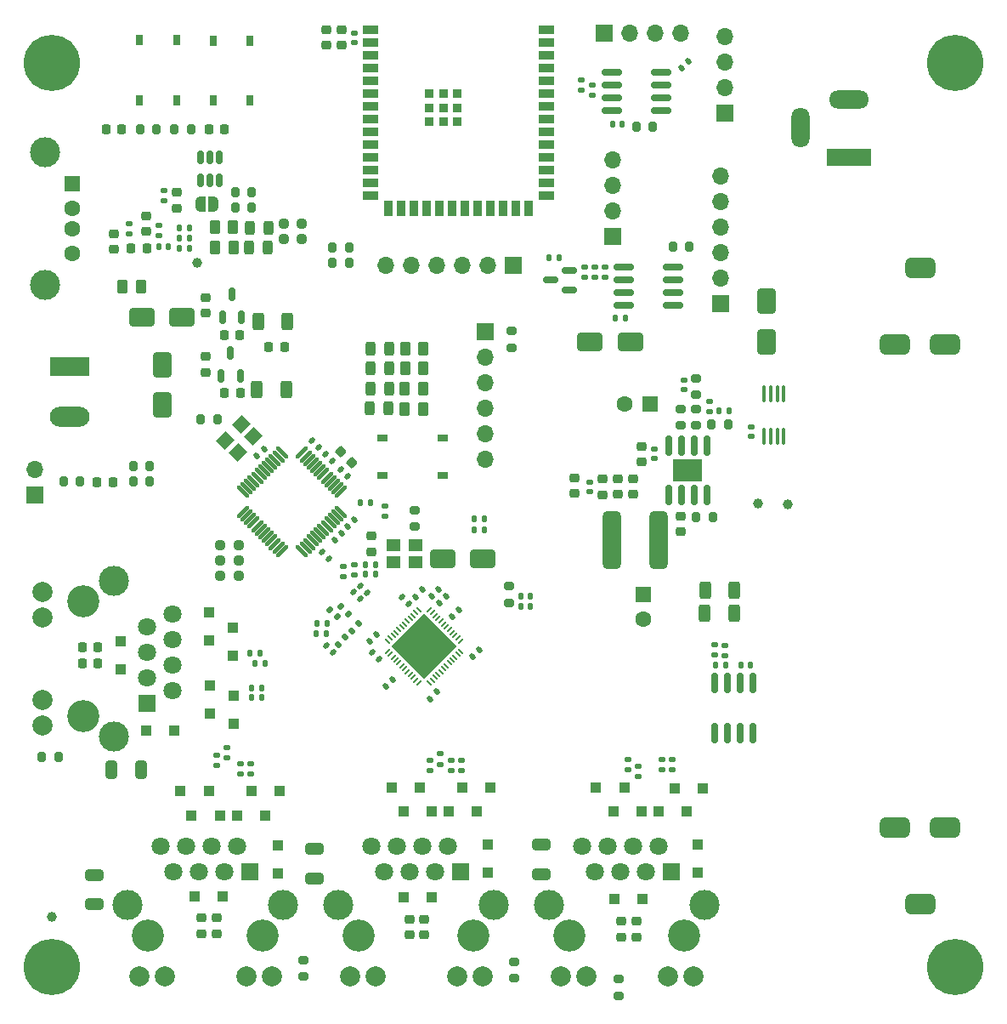
<source format=gbr>
%TF.GenerationSoftware,KiCad,Pcbnew,7.0.1*%
%TF.CreationDate,2023-07-30T21:23:37+03:00*%
%TF.ProjectId,Ethernet_switch_4out,45746865-726e-4657-945f-737769746368,rev?*%
%TF.SameCoordinates,Original*%
%TF.FileFunction,Soldermask,Top*%
%TF.FilePolarity,Negative*%
%FSLAX46Y46*%
G04 Gerber Fmt 4.6, Leading zero omitted, Abs format (unit mm)*
G04 Created by KiCad (PCBNEW 7.0.1) date 2023-07-30 21:23:37*
%MOMM*%
%LPD*%
G01*
G04 APERTURE LIST*
G04 Aperture macros list*
%AMRoundRect*
0 Rectangle with rounded corners*
0 $1 Rounding radius*
0 $2 $3 $4 $5 $6 $7 $8 $9 X,Y pos of 4 corners*
0 Add a 4 corners polygon primitive as box body*
4,1,4,$2,$3,$4,$5,$6,$7,$8,$9,$2,$3,0*
0 Add four circle primitives for the rounded corners*
1,1,$1+$1,$2,$3*
1,1,$1+$1,$4,$5*
1,1,$1+$1,$6,$7*
1,1,$1+$1,$8,$9*
0 Add four rect primitives between the rounded corners*
20,1,$1+$1,$2,$3,$4,$5,0*
20,1,$1+$1,$4,$5,$6,$7,0*
20,1,$1+$1,$6,$7,$8,$9,0*
20,1,$1+$1,$8,$9,$2,$3,0*%
%AMRotRect*
0 Rectangle, with rotation*
0 The origin of the aperture is its center*
0 $1 length*
0 $2 width*
0 $3 Rotation angle, in degrees counterclockwise*
0 Add horizontal line*
21,1,$1,$2,0,0,$3*%
%AMFreePoly0*
4,1,19,0.500000,-0.750000,0.000000,-0.750000,0.000000,-0.744911,-0.071157,-0.744911,-0.207708,-0.704816,-0.327430,-0.627875,-0.420627,-0.520320,-0.479746,-0.390866,-0.500000,-0.250000,-0.500000,0.250000,-0.479746,0.390866,-0.420627,0.520320,-0.327430,0.627875,-0.207708,0.704816,-0.071157,0.744911,0.000000,0.744911,0.000000,0.750000,0.500000,0.750000,0.500000,-0.750000,0.500000,-0.750000,
$1*%
%AMFreePoly1*
4,1,19,0.000000,0.744911,0.071157,0.744911,0.207708,0.704816,0.327430,0.627875,0.420627,0.520320,0.479746,0.390866,0.500000,0.250000,0.500000,-0.250000,0.479746,-0.390866,0.420627,-0.520320,0.327430,-0.627875,0.207708,-0.704816,0.071157,-0.744911,0.000000,-0.744911,0.000000,-0.750000,-0.500000,-0.750000,-0.500000,0.750000,0.000000,0.750000,0.000000,0.744911,0.000000,0.744911,
$1*%
G04 Aperture macros list end*
%ADD10C,3.600000*%
%ADD11C,5.600000*%
%ADD12RoundRect,0.135000X0.035355X-0.226274X0.226274X-0.035355X-0.035355X0.226274X-0.226274X0.035355X0*%
%ADD13RoundRect,0.500000X-1.000000X-0.500000X1.000000X-0.500000X1.000000X0.500000X-1.000000X0.500000X0*%
%ADD14RoundRect,0.500000X1.000000X0.500000X-1.000000X0.500000X-1.000000X-0.500000X1.000000X-0.500000X0*%
%ADD15RoundRect,0.250000X-0.300000X-0.300000X0.300000X-0.300000X0.300000X0.300000X-0.300000X0.300000X0*%
%ADD16RoundRect,0.140000X0.219203X0.021213X0.021213X0.219203X-0.219203X-0.021213X-0.021213X-0.219203X0*%
%ADD17R,1.500000X0.900000*%
%ADD18R,0.900000X1.500000*%
%ADD19R,0.900000X0.900000*%
%ADD20RoundRect,0.225000X-0.225000X-0.250000X0.225000X-0.250000X0.225000X0.250000X-0.225000X0.250000X0*%
%ADD21RoundRect,0.225000X0.225000X0.250000X-0.225000X0.250000X-0.225000X-0.250000X0.225000X-0.250000X0*%
%ADD22RoundRect,0.225000X0.250000X-0.225000X0.250000X0.225000X-0.250000X0.225000X-0.250000X-0.225000X0*%
%ADD23RoundRect,0.150000X0.825000X0.150000X-0.825000X0.150000X-0.825000X-0.150000X0.825000X-0.150000X0*%
%ADD24RoundRect,0.150000X0.150000X-0.512500X0.150000X0.512500X-0.150000X0.512500X-0.150000X-0.512500X0*%
%ADD25RoundRect,0.200000X-0.275000X0.200000X-0.275000X-0.200000X0.275000X-0.200000X0.275000X0.200000X0*%
%ADD26RoundRect,0.135000X-0.135000X-0.185000X0.135000X-0.185000X0.135000X0.185000X-0.135000X0.185000X0*%
%ADD27RoundRect,0.135000X0.135000X0.185000X-0.135000X0.185000X-0.135000X-0.185000X0.135000X-0.185000X0*%
%ADD28C,1.000000*%
%ADD29RoundRect,0.135000X0.185000X-0.135000X0.185000X0.135000X-0.185000X0.135000X-0.185000X-0.135000X0*%
%ADD30RoundRect,0.140000X-0.021213X0.219203X-0.219203X0.021213X0.021213X-0.219203X0.219203X-0.021213X0*%
%ADD31RoundRect,0.135000X0.226274X0.035355X0.035355X0.226274X-0.226274X-0.035355X-0.035355X-0.226274X0*%
%ADD32RoundRect,0.140000X0.170000X-0.140000X0.170000X0.140000X-0.170000X0.140000X-0.170000X-0.140000X0*%
%ADD33RoundRect,0.243750X0.243750X0.456250X-0.243750X0.456250X-0.243750X-0.456250X0.243750X-0.456250X0*%
%ADD34RoundRect,0.250000X-0.325000X-0.650000X0.325000X-0.650000X0.325000X0.650000X-0.325000X0.650000X0*%
%ADD35FreePoly0,180.000000*%
%ADD36FreePoly1,180.000000*%
%ADD37RoundRect,0.250000X0.262500X0.450000X-0.262500X0.450000X-0.262500X-0.450000X0.262500X-0.450000X0*%
%ADD38RoundRect,0.250000X-1.000000X-0.650000X1.000000X-0.650000X1.000000X0.650000X-1.000000X0.650000X0*%
%ADD39RoundRect,0.200000X0.200000X0.275000X-0.200000X0.275000X-0.200000X-0.275000X0.200000X-0.275000X0*%
%ADD40RoundRect,0.218750X0.218750X0.256250X-0.218750X0.256250X-0.218750X-0.256250X0.218750X-0.256250X0*%
%ADD41R,1.500000X1.600000*%
%ADD42C,1.600000*%
%ADD43C,3.000000*%
%ADD44RoundRect,0.135000X-0.185000X0.135000X-0.185000X-0.135000X0.185000X-0.135000X0.185000X0.135000X0*%
%ADD45R,0.700000X1.000000*%
%ADD46RoundRect,0.250000X0.300000X0.300000X-0.300000X0.300000X-0.300000X-0.300000X0.300000X-0.300000X0*%
%ADD47RoundRect,0.200000X0.275000X-0.200000X0.275000X0.200000X-0.275000X0.200000X-0.275000X-0.200000X0*%
%ADD48RoundRect,0.250000X0.312500X0.625000X-0.312500X0.625000X-0.312500X-0.625000X0.312500X-0.625000X0*%
%ADD49RoundRect,0.200000X-0.200000X-0.275000X0.200000X-0.275000X0.200000X0.275000X-0.200000X0.275000X0*%
%ADD50R,1.700000X1.700000*%
%ADD51O,1.700000X1.700000*%
%ADD52R,1.600000X1.600000*%
%ADD53RoundRect,0.250000X0.300000X-0.300000X0.300000X0.300000X-0.300000X0.300000X-0.300000X-0.300000X0*%
%ADD54RoundRect,0.250000X0.650000X-0.325000X0.650000X0.325000X-0.650000X0.325000X-0.650000X-0.325000X0*%
%ADD55RoundRect,0.140000X0.021213X-0.219203X0.219203X-0.021213X-0.021213X0.219203X-0.219203X0.021213X0*%
%ADD56RoundRect,0.150000X0.587500X0.150000X-0.587500X0.150000X-0.587500X-0.150000X0.587500X-0.150000X0*%
%ADD57RoundRect,0.225000X-0.250000X0.225000X-0.250000X-0.225000X0.250000X-0.225000X0.250000X0.225000X0*%
%ADD58RoundRect,0.140000X-0.219203X-0.021213X-0.021213X-0.219203X0.219203X0.021213X0.021213X0.219203X0*%
%ADD59R,3.960000X1.980000*%
%ADD60O,3.960000X1.980000*%
%ADD61RoundRect,0.250000X-0.262500X-0.450000X0.262500X-0.450000X0.262500X0.450000X-0.262500X0.450000X0*%
%ADD62RoundRect,0.237500X-0.250000X-0.237500X0.250000X-0.237500X0.250000X0.237500X-0.250000X0.237500X0*%
%ADD63RoundRect,0.140000X-0.170000X0.140000X-0.170000X-0.140000X0.170000X-0.140000X0.170000X0.140000X0*%
%ADD64RoundRect,0.150000X0.150000X-0.825000X0.150000X0.825000X-0.150000X0.825000X-0.150000X-0.825000X0*%
%ADD65R,3.000000X2.290000*%
%ADD66RoundRect,0.237500X0.250000X0.237500X-0.250000X0.237500X-0.250000X-0.237500X0.250000X-0.237500X0*%
%ADD67RoundRect,0.140000X0.140000X0.170000X-0.140000X0.170000X-0.140000X-0.170000X0.140000X-0.170000X0*%
%ADD68RoundRect,0.140000X-0.140000X-0.170000X0.140000X-0.170000X0.140000X0.170000X-0.140000X0.170000X0*%
%ADD69RoundRect,0.225000X0.335876X0.017678X0.017678X0.335876X-0.335876X-0.017678X-0.017678X-0.335876X0*%
%ADD70RoundRect,0.243750X-0.243750X-0.456250X0.243750X-0.456250X0.243750X0.456250X-0.243750X0.456250X0*%
%ADD71RoundRect,0.250000X-0.300000X0.300000X-0.300000X-0.300000X0.300000X-0.300000X0.300000X0.300000X0*%
%ADD72RotRect,1.400000X1.200000X225.000000*%
%ADD73RoundRect,0.050000X-0.212132X-0.282843X0.282843X0.212132X0.212132X0.282843X-0.282843X-0.212132X0*%
%ADD74RoundRect,0.050000X0.212132X-0.282843X0.282843X-0.212132X-0.212132X0.282843X-0.282843X0.212132X0*%
%ADD75RotRect,4.600000X4.600000X45.000000*%
%ADD76R,4.400000X1.800000*%
%ADD77O,4.000000X1.800000*%
%ADD78O,1.800000X4.000000*%
%ADD79RoundRect,0.450000X0.450000X2.450000X-0.450000X2.450000X-0.450000X-2.450000X0.450000X-2.450000X0*%
%ADD80RoundRect,0.250000X1.000000X0.650000X-1.000000X0.650000X-1.000000X-0.650000X1.000000X-0.650000X0*%
%ADD81R,1.000000X0.700000*%
%ADD82RoundRect,0.250000X-0.312500X-0.625000X0.312500X-0.625000X0.312500X0.625000X-0.312500X0.625000X0*%
%ADD83RoundRect,0.250000X-0.650000X1.000000X-0.650000X-1.000000X0.650000X-1.000000X0.650000X1.000000X0*%
%ADD84RoundRect,0.250000X0.650000X-1.000000X0.650000X1.000000X-0.650000X1.000000X-0.650000X-1.000000X0*%
%ADD85RoundRect,0.125000X0.521491X-0.415425X-0.415425X0.521491X-0.521491X0.415425X0.415425X-0.521491X0*%
%ADD86RoundRect,0.125000X0.521491X0.415425X0.415425X0.521491X-0.521491X-0.415425X-0.415425X-0.521491X0*%
%ADD87RoundRect,0.100000X0.100000X-0.712500X0.100000X0.712500X-0.100000X0.712500X-0.100000X-0.712500X0*%
%ADD88R,1.400000X1.200000*%
%ADD89C,3.200000*%
%ADD90R,1.800000X1.800000*%
%ADD91C,1.800000*%
%ADD92C,2.000000*%
G04 APERTURE END LIST*
D10*
%TO.C,H2*%
X145000000Y-55000000D03*
D11*
X145000000Y-55000000D03*
%TD*%
D12*
%TO.C,R11*%
X83479376Y-112880624D03*
X84200624Y-112159376D03*
%TD*%
D13*
%TO.C,J13*%
X141500000Y-75400000D03*
X144000000Y-83000000D03*
X139000000Y-83000000D03*
D14*
X144000000Y-131133000D03*
X139000000Y-131133000D03*
X141500000Y-138733000D03*
%TD*%
D15*
%TO.C,D29*%
X109200000Y-127100000D03*
X112000000Y-127100000D03*
%TD*%
D16*
%TO.C,C25*%
X82969411Y-113679411D03*
X82290589Y-113000589D03*
%TD*%
D15*
%TO.C,D10*%
X64400000Y-121500000D03*
X67200000Y-121500000D03*
%TD*%
D17*
%TO.C,U1*%
X86750000Y-51740000D03*
X86750000Y-53010000D03*
X86750000Y-54280000D03*
X86750000Y-55550000D03*
X86750000Y-56820000D03*
X86750000Y-58090000D03*
X86750000Y-59360000D03*
X86750000Y-60630000D03*
X86750000Y-61900000D03*
X86750000Y-63170000D03*
X86750000Y-64440000D03*
X86750000Y-65710000D03*
X86750000Y-66980000D03*
X86750000Y-68250000D03*
D18*
X88515000Y-69500000D03*
X89785000Y-69500000D03*
X91055000Y-69500000D03*
X92325000Y-69500000D03*
X93595000Y-69500000D03*
X94865000Y-69500000D03*
X96135000Y-69500000D03*
X97405000Y-69500000D03*
X98675000Y-69500000D03*
X99945000Y-69500000D03*
X101215000Y-69500000D03*
X102485000Y-69500000D03*
D17*
X104250000Y-68250000D03*
X104250000Y-66980000D03*
X104250000Y-65710000D03*
X104250000Y-64440000D03*
X104250000Y-63170000D03*
X104250000Y-61900000D03*
X104250000Y-60630000D03*
X104250000Y-59360000D03*
X104250000Y-58090000D03*
X104250000Y-56820000D03*
X104250000Y-55550000D03*
X104250000Y-54280000D03*
X104250000Y-53010000D03*
X104250000Y-51740000D03*
D19*
X92600000Y-58060000D03*
X92600000Y-59460000D03*
X92600000Y-60860000D03*
X92600000Y-60860000D03*
X94000000Y-58060000D03*
X94000000Y-58060000D03*
X94000000Y-59460000D03*
X94000000Y-60860000D03*
X95400000Y-58060000D03*
X95400000Y-59460000D03*
X95400000Y-60860000D03*
%TD*%
D20*
%TO.C,C39*%
X58025000Y-113200000D03*
X59575000Y-113200000D03*
%TD*%
D21*
%TO.C,C74*%
X64435000Y-73490000D03*
X62885000Y-73490000D03*
%TD*%
D22*
%TO.C,C42*%
X69900000Y-141675000D03*
X69900000Y-140125000D03*
%TD*%
D23*
%TO.C,U5*%
X115715000Y-59715000D03*
X115715000Y-58445000D03*
X115715000Y-57175000D03*
X115715000Y-55905000D03*
X110765000Y-55905000D03*
X110765000Y-57175000D03*
X110765000Y-58445000D03*
X110765000Y-59715000D03*
%TD*%
D24*
%TO.C,U12*%
X71970000Y-80337500D03*
X73870000Y-80337500D03*
X72920000Y-78062500D03*
%TD*%
D25*
%TO.C,R25*%
X101060000Y-144475000D03*
X101060000Y-146125000D03*
%TD*%
D26*
%TO.C,R82*%
X67660000Y-72427500D03*
X68680000Y-72427500D03*
%TD*%
D27*
%TO.C,R2*%
X82360000Y-111790000D03*
X81340000Y-111790000D03*
%TD*%
D28*
%TO.C,TP4*%
X128320000Y-98900000D03*
%TD*%
D22*
%TO.C,C67*%
X107070000Y-97845000D03*
X107070000Y-96295000D03*
%TD*%
D29*
%TO.C,R83*%
X66170000Y-68730000D03*
X66170000Y-67710000D03*
%TD*%
D27*
%TO.C,R17*%
X98060000Y-101460000D03*
X97040000Y-101460000D03*
%TD*%
D30*
%TO.C,C16*%
X91849411Y-107450589D03*
X91170589Y-108129411D03*
%TD*%
D31*
%TO.C,R8*%
X84520624Y-109850624D03*
X83799376Y-109129376D03*
%TD*%
D24*
%TO.C,U6*%
X71830000Y-86127500D03*
X73730000Y-86127500D03*
X72780000Y-83852500D03*
%TD*%
D32*
%TO.C,C52*%
X115040000Y-94385000D03*
X115040000Y-93425000D03*
%TD*%
D33*
%TO.C,D2*%
X88526599Y-89404227D03*
X86651599Y-89404227D03*
%TD*%
D28*
%TO.C,TP3*%
X69430000Y-74910000D03*
%TD*%
D34*
%TO.C,C40*%
X60905000Y-125320000D03*
X63855000Y-125320000D03*
%TD*%
D35*
%TO.C,JP1*%
X71090000Y-69060000D03*
D36*
X69790000Y-69060000D03*
%TD*%
D37*
%TO.C,R41*%
X73042500Y-71380000D03*
X71217500Y-71380000D03*
%TD*%
D29*
%TO.C,R6*%
X84010000Y-106120000D03*
X84010000Y-105100000D03*
%TD*%
D25*
%TO.C,R27*%
X100810000Y-81705000D03*
X100810000Y-83355000D03*
%TD*%
D27*
%TO.C,R1*%
X82380000Y-110780000D03*
X81360000Y-110780000D03*
%TD*%
D25*
%TO.C,R26*%
X111480000Y-146195000D03*
X111480000Y-147845000D03*
%TD*%
%TO.C,R22*%
X80060000Y-144285000D03*
X80060000Y-145935000D03*
%TD*%
D38*
%TO.C,D1*%
X93940000Y-104380000D03*
X97940000Y-104380000D03*
%TD*%
D39*
%TO.C,R77*%
X118510000Y-73320000D03*
X116860000Y-73320000D03*
%TD*%
D40*
%TO.C,D8*%
X61047500Y-96700000D03*
X59472500Y-96700000D03*
%TD*%
D37*
%TO.C,R40*%
X73052500Y-73350000D03*
X71227500Y-73350000D03*
%TD*%
D41*
%TO.C,J4*%
X57000000Y-67000000D03*
D42*
X57000000Y-69500000D03*
X57000000Y-71500000D03*
X57000000Y-74000000D03*
D43*
X54290000Y-63930000D03*
X54290000Y-77070000D03*
%TD*%
D44*
%TO.C,R52*%
X71400000Y-123890000D03*
X71400000Y-124910000D03*
%TD*%
D30*
%TO.C,C6*%
X93539411Y-107420589D03*
X92860589Y-108099411D03*
%TD*%
D45*
%TO.C,SW1*%
X71040000Y-58760000D03*
X71040000Y-52760000D03*
X74740000Y-58760000D03*
X74740000Y-52760000D03*
%TD*%
D46*
%TO.C,D26*%
X98700000Y-127100000D03*
X95900000Y-127100000D03*
%TD*%
D44*
%TO.C,R49*%
X74800000Y-124790000D03*
X74800000Y-125810000D03*
%TD*%
D23*
%TO.C,U10*%
X116875000Y-79105000D03*
X116875000Y-77835000D03*
X116875000Y-76565000D03*
X116875000Y-75295000D03*
X111925000Y-75295000D03*
X111925000Y-76565000D03*
X111925000Y-77835000D03*
X111925000Y-79105000D03*
%TD*%
D47*
%TO.C,R76*%
X117620000Y-91090000D03*
X117620000Y-89440000D03*
%TD*%
D22*
%TO.C,C14*%
X82340000Y-53235000D03*
X82340000Y-51685000D03*
%TD*%
D27*
%TO.C,R18*%
X98040000Y-100420000D03*
X97020000Y-100420000D03*
%TD*%
D46*
%TO.C,D32*%
X119800000Y-127200000D03*
X117000000Y-127200000D03*
%TD*%
D48*
%TO.C,R73*%
X78342500Y-87520000D03*
X75417500Y-87520000D03*
%TD*%
D24*
%TO.C,U4*%
X69760000Y-66685000D03*
X70710000Y-66685000D03*
X71660000Y-66685000D03*
X71660000Y-64410000D03*
X70710000Y-64410000D03*
X69760000Y-64410000D03*
%TD*%
D30*
%TO.C,C22*%
X85149411Y-100480589D03*
X84470589Y-101159411D03*
%TD*%
D21*
%TO.C,C34*%
X61945000Y-61610000D03*
X60395000Y-61610000D03*
%TD*%
D49*
%TO.C,R70*%
X119190000Y-100185000D03*
X120840000Y-100185000D03*
%TD*%
D50*
%TO.C,J6*%
X110880000Y-72290000D03*
D51*
X110880000Y-69750000D03*
X110880000Y-67210000D03*
X110880000Y-64670000D03*
%TD*%
D52*
%TO.C,C64*%
X114580000Y-88915000D03*
D42*
X112080000Y-88915000D03*
%TD*%
D53*
%TO.C,D28*%
X119300000Y-135600000D03*
X119300000Y-132800000D03*
%TD*%
D54*
%TO.C,C46*%
X81100000Y-136175000D03*
X81100000Y-133225000D03*
%TD*%
D47*
%TO.C,R75*%
X119190000Y-91075000D03*
X119190000Y-89425000D03*
%TD*%
D28*
%TO.C,FID1*%
X55000000Y-140000000D03*
%TD*%
D50*
%TO.C,J1*%
X122000000Y-60000000D03*
D51*
X122000000Y-57460000D03*
X122000000Y-54920000D03*
X122000000Y-52380000D03*
%TD*%
D55*
%TO.C,C4*%
X92640589Y-118289411D03*
X93319411Y-117610589D03*
%TD*%
D37*
%TO.C,FB1*%
X63832500Y-77290000D03*
X62007500Y-77290000D03*
%TD*%
D39*
%TO.C,R53*%
X64735000Y-96670000D03*
X63085000Y-96670000D03*
%TD*%
D56*
%TO.C,U9*%
X106540000Y-77570000D03*
X106540000Y-75670000D03*
X104665000Y-76620000D03*
%TD*%
D27*
%TO.C,R9*%
X87240000Y-104945000D03*
X86220000Y-104945000D03*
%TD*%
D57*
%TO.C,C72*%
X67450000Y-67905000D03*
X67450000Y-69455000D03*
%TD*%
D44*
%TO.C,R23*%
X121040000Y-112950000D03*
X121040000Y-113970000D03*
%TD*%
D29*
%TO.C,R32*%
X108060000Y-76370000D03*
X108060000Y-75350000D03*
%TD*%
D58*
%TO.C,C23*%
X85700000Y-107030000D03*
X86378822Y-107708822D03*
%TD*%
D59*
%TO.C,J12*%
X56730000Y-85200000D03*
D60*
X56730000Y-90200000D03*
%TD*%
D53*
%TO.C,D16*%
X77500000Y-135700000D03*
X77500000Y-132900000D03*
%TD*%
D29*
%TO.C,R5*%
X85140000Y-105980000D03*
X85140000Y-104960000D03*
%TD*%
D57*
%TO.C,C35*%
X70330000Y-78345000D03*
X70330000Y-79895000D03*
%TD*%
D61*
%TO.C,R28*%
X90124099Y-89424227D03*
X91949099Y-89424227D03*
%TD*%
D62*
%TO.C,R3*%
X78077500Y-71020000D03*
X79902500Y-71020000D03*
%TD*%
D22*
%TO.C,C44*%
X92100000Y-141775000D03*
X92100000Y-140225000D03*
%TD*%
D49*
%TO.C,R66*%
X82945000Y-73380000D03*
X84595000Y-73380000D03*
%TD*%
D44*
%TO.C,R57*%
X93700000Y-123790000D03*
X93700000Y-124810000D03*
%TD*%
D63*
%TO.C,C13*%
X85110000Y-51995000D03*
X85110000Y-52955000D03*
%TD*%
D64*
%TO.C,U13*%
X116410000Y-98035000D03*
X117680000Y-98035000D03*
X118950000Y-98035000D03*
X120220000Y-98035000D03*
X120220000Y-93085000D03*
X118950000Y-93085000D03*
X117680000Y-93085000D03*
X116410000Y-93085000D03*
D65*
X118315000Y-95560000D03*
%TD*%
D46*
%TO.C,D27*%
X113800000Y-138200000D03*
X111000000Y-138200000D03*
%TD*%
D44*
%TO.C,R59*%
X116800000Y-124380000D03*
X116800000Y-125400000D03*
%TD*%
%TO.C,R33*%
X62640000Y-71020000D03*
X62640000Y-72040000D03*
%TD*%
D54*
%TO.C,C49*%
X103780000Y-135765000D03*
X103780000Y-132815000D03*
%TD*%
D46*
%TO.C,D21*%
X92800000Y-138100000D03*
X90000000Y-138100000D03*
%TD*%
D10*
%TO.C,H4*%
X55000000Y-145000000D03*
D11*
X55000000Y-145000000D03*
%TD*%
D30*
%TO.C,C5*%
X97539411Y-113400589D03*
X96860589Y-114079411D03*
%TD*%
D50*
%TO.C,J11*%
X53240000Y-98040000D03*
D51*
X53240000Y-95500000D03*
%TD*%
D49*
%TO.C,R67*%
X120695000Y-90995000D03*
X122345000Y-90995000D03*
%TD*%
D22*
%TO.C,C47*%
X113200000Y-142012500D03*
X113200000Y-140462500D03*
%TD*%
D66*
%TO.C,R15*%
X73572500Y-103040000D03*
X71747500Y-103040000D03*
%TD*%
D67*
%TO.C,C32*%
X102675000Y-109080000D03*
X101715000Y-109080000D03*
%TD*%
D27*
%TO.C,R20*%
X86710000Y-98740000D03*
X85690000Y-98740000D03*
%TD*%
D45*
%TO.C,SW3*%
X63730000Y-58750000D03*
X63730000Y-52750000D03*
X67430000Y-58750000D03*
X67430000Y-52750000D03*
%TD*%
D55*
%TO.C,C51*%
X88250589Y-117069411D03*
X88929411Y-116390589D03*
%TD*%
D50*
%TO.C,J5*%
X110000000Y-52000000D03*
D51*
X112540000Y-52000000D03*
X115080000Y-52000000D03*
X117620000Y-52000000D03*
%TD*%
D46*
%TO.C,D31*%
X118200000Y-129500000D03*
X115400000Y-129500000D03*
%TD*%
D49*
%TO.C,R39*%
X63765000Y-61610000D03*
X65415000Y-61610000D03*
%TD*%
D22*
%TO.C,C70*%
X64400000Y-71805000D03*
X64400000Y-70255000D03*
%TD*%
D53*
%TO.C,D14*%
X73100000Y-120800000D03*
X73100000Y-118000000D03*
%TD*%
D44*
%TO.C,R56*%
X92680000Y-124390000D03*
X92680000Y-125410000D03*
%TD*%
D53*
%TO.C,D22*%
X98400000Y-135600000D03*
X98400000Y-132800000D03*
%TD*%
D68*
%TO.C,C63*%
X121115000Y-114920000D03*
X122075000Y-114920000D03*
%TD*%
D33*
%TO.C,D4*%
X88579099Y-85424227D03*
X86704099Y-85424227D03*
%TD*%
D67*
%TO.C,C58*%
X112110000Y-80430000D03*
X111150000Y-80430000D03*
%TD*%
D49*
%TO.C,R79*%
X73245000Y-67870000D03*
X74895000Y-67870000D03*
%TD*%
D55*
%TO.C,C50*%
X117750000Y-55480000D03*
X118428822Y-54801178D03*
%TD*%
D44*
%TO.C,R50*%
X73800000Y-124790000D03*
X73800000Y-125810000D03*
%TD*%
%TO.C,R64*%
X122030000Y-112960000D03*
X122030000Y-113980000D03*
%TD*%
D29*
%TO.C,R69*%
X109060000Y-76370000D03*
X109060000Y-75350000D03*
%TD*%
D69*
%TO.C,C28*%
X84858008Y-94808008D03*
X83761992Y-93711992D03*
%TD*%
D70*
%TO.C,D7*%
X74662500Y-71390000D03*
X76537500Y-71390000D03*
%TD*%
D49*
%TO.C,R42*%
X56155000Y-96680000D03*
X57805000Y-96680000D03*
%TD*%
D58*
%TO.C,C11*%
X89830589Y-108150589D03*
X90509411Y-108829411D03*
%TD*%
D64*
%TO.C,U8*%
X121005000Y-121680000D03*
X122275000Y-121680000D03*
X123545000Y-121680000D03*
X124815000Y-121680000D03*
X124815000Y-116730000D03*
X123545000Y-116730000D03*
X122275000Y-116730000D03*
X121005000Y-116730000D03*
%TD*%
D15*
%TO.C,D23*%
X88800000Y-127100000D03*
X91600000Y-127100000D03*
%TD*%
D50*
%TO.C,J3*%
X100940000Y-75140000D03*
D51*
X98400000Y-75140000D03*
X95860000Y-75140000D03*
X93320000Y-75140000D03*
X90780000Y-75140000D03*
X88240000Y-75140000D03*
%TD*%
D50*
%TO.C,J15*%
X121620000Y-78940000D03*
D51*
X121620000Y-76400000D03*
X121620000Y-73860000D03*
X121620000Y-71320000D03*
X121620000Y-68780000D03*
X121620000Y-66240000D03*
%TD*%
D71*
%TO.C,D12*%
X73000000Y-111200000D03*
X73000000Y-114000000D03*
%TD*%
D39*
%TO.C,R35*%
X114845000Y-61360000D03*
X113195000Y-61360000D03*
%TD*%
D16*
%TO.C,C17*%
X84419411Y-96169411D03*
X83740589Y-95490589D03*
%TD*%
D49*
%TO.C,R48*%
X69795000Y-90460000D03*
X71445000Y-90460000D03*
%TD*%
D22*
%TO.C,C15*%
X83860000Y-53235000D03*
X83860000Y-51685000D03*
%TD*%
D57*
%TO.C,C71*%
X61140000Y-72010000D03*
X61140000Y-73560000D03*
%TD*%
%TO.C,C60*%
X70260000Y-84235000D03*
X70260000Y-85785000D03*
%TD*%
D10*
%TO.C,H3*%
X145000000Y-145000000D03*
D11*
X145000000Y-145000000D03*
%TD*%
D44*
%TO.C,R51*%
X72400000Y-123190000D03*
X72400000Y-124210000D03*
%TD*%
D50*
%TO.C,J2*%
X98120000Y-81790000D03*
D51*
X98120000Y-84330000D03*
X98120000Y-86870000D03*
X98120000Y-89410000D03*
X98120000Y-91950000D03*
X98120000Y-94490000D03*
%TD*%
D44*
%TO.C,R61*%
X112400000Y-124380000D03*
X112400000Y-125400000D03*
%TD*%
D68*
%TO.C,C57*%
X104530000Y-74380000D03*
X105490000Y-74380000D03*
%TD*%
D49*
%TO.C,R58*%
X63090000Y-95150000D03*
X64740000Y-95150000D03*
%TD*%
D21*
%TO.C,C61*%
X73745000Y-87880000D03*
X72195000Y-87880000D03*
%TD*%
%TO.C,C31*%
X72155000Y-61620000D03*
X70605000Y-61620000D03*
%TD*%
D16*
%TO.C,C18*%
X82879411Y-94589411D03*
X82200589Y-93910589D03*
%TD*%
D29*
%TO.C,R24*%
X88190000Y-100117500D03*
X88190000Y-99097500D03*
%TD*%
D16*
%TO.C,C19*%
X82559411Y-104379411D03*
X81880589Y-103700589D03*
%TD*%
D30*
%TO.C,C10*%
X95500000Y-109400000D03*
X94821178Y-110078822D03*
%TD*%
D55*
%TO.C,C12*%
X86630589Y-112609411D03*
X87309411Y-111930589D03*
%TD*%
%TO.C,C21*%
X75420589Y-94149411D03*
X76099411Y-93470589D03*
%TD*%
D27*
%TO.C,R80*%
X68695000Y-71397500D03*
X67675000Y-71397500D03*
%TD*%
D58*
%TO.C,C24*%
X85030589Y-107700589D03*
X85709411Y-108379411D03*
%TD*%
D44*
%TO.C,R55*%
X94800000Y-124390000D03*
X94800000Y-125410000D03*
%TD*%
D39*
%TO.C,R71*%
X84595000Y-74910000D03*
X82945000Y-74910000D03*
%TD*%
D72*
%TO.C,Y2*%
X73836777Y-91001142D03*
X72281142Y-92556777D03*
X73483223Y-93758858D03*
X75038858Y-92203223D03*
%TD*%
D70*
%TO.C,D6*%
X74642500Y-73350000D03*
X76517500Y-73350000D03*
%TD*%
D57*
%TO.C,C26*%
X86800000Y-102105000D03*
X86800000Y-103655000D03*
%TD*%
D29*
%TO.C,R36*%
X108800000Y-58200000D03*
X108800000Y-57180000D03*
%TD*%
D73*
%TO.C,U3*%
X88416800Y-113600000D03*
X88699643Y-113882843D03*
X88982486Y-114165686D03*
X89265328Y-114448528D03*
X89548171Y-114731371D03*
X89831014Y-115014214D03*
X90113856Y-115297056D03*
X90396699Y-115579899D03*
X90679542Y-115862742D03*
X90962384Y-116145584D03*
X91245227Y-116428427D03*
X91528070Y-116711270D03*
D74*
X92588730Y-116711270D03*
X92871573Y-116428427D03*
X93154416Y-116145584D03*
X93437258Y-115862742D03*
X93720101Y-115579899D03*
X94002944Y-115297056D03*
X94285786Y-115014214D03*
X94568629Y-114731371D03*
X94851472Y-114448528D03*
X95134314Y-114165686D03*
X95417157Y-113882843D03*
X95700000Y-113600000D03*
D73*
X95700000Y-112539340D03*
X95417157Y-112256497D03*
X95134314Y-111973654D03*
X94851472Y-111690812D03*
X94568629Y-111407969D03*
X94285786Y-111125126D03*
X94002944Y-110842284D03*
X93720101Y-110559441D03*
X93437258Y-110276598D03*
X93154416Y-109993756D03*
X92871573Y-109710913D03*
X92588730Y-109428070D03*
D74*
X91528070Y-109428070D03*
X91245227Y-109710913D03*
X90962384Y-109993756D03*
X90679542Y-110276598D03*
X90396699Y-110559441D03*
X90113856Y-110842284D03*
X89831014Y-111125126D03*
X89548171Y-111407969D03*
X89265328Y-111690812D03*
X88982486Y-111973654D03*
X88699643Y-112256497D03*
X88416800Y-112539340D03*
D75*
X92058400Y-113069670D03*
%TD*%
D67*
%TO.C,C30*%
X111820000Y-61090000D03*
X110860000Y-61090000D03*
%TD*%
D10*
%TO.C,H1*%
X55000000Y-55000000D03*
D11*
X55000000Y-55000000D03*
%TD*%
D33*
%TO.C,D3*%
X88557500Y-87400000D03*
X86682500Y-87400000D03*
%TD*%
D27*
%TO.C,R45*%
X75910000Y-117200000D03*
X74890000Y-117200000D03*
%TD*%
D76*
%TO.C,J14*%
X134360000Y-64430000D03*
D77*
X134360000Y-58630000D03*
D78*
X129560000Y-61430000D03*
%TD*%
D27*
%TO.C,R81*%
X68680000Y-73437500D03*
X67660000Y-73437500D03*
%TD*%
D46*
%TO.C,D20*%
X77700000Y-127500000D03*
X74900000Y-127500000D03*
%TD*%
D47*
%TO.C,R74*%
X119190000Y-88050000D03*
X119190000Y-86400000D03*
%TD*%
D33*
%TO.C,D5*%
X88597500Y-83417271D03*
X86722500Y-83417271D03*
%TD*%
D66*
%TO.C,R13*%
X73572500Y-106080000D03*
X71747500Y-106080000D03*
%TD*%
D63*
%TO.C,C66*%
X108590000Y-96740000D03*
X108590000Y-97700000D03*
%TD*%
D30*
%TO.C,C3*%
X94229411Y-108100589D03*
X93550589Y-108779411D03*
%TD*%
%TO.C,C20*%
X83810000Y-101830000D03*
X83131178Y-102508822D03*
%TD*%
D22*
%TO.C,C45*%
X90600000Y-141775000D03*
X90600000Y-140225000D03*
%TD*%
D79*
%TO.C,L1*%
X115410000Y-102525000D03*
X110810000Y-102525000D03*
%TD*%
D27*
%TO.C,R44*%
X75900000Y-118200000D03*
X74880000Y-118200000D03*
%TD*%
D71*
%TO.C,D11*%
X70600000Y-109700000D03*
X70600000Y-112500000D03*
%TD*%
D67*
%TO.C,C73*%
X66570000Y-73250000D03*
X65610000Y-73250000D03*
%TD*%
D61*
%TO.C,R31*%
X90175000Y-83427271D03*
X92000000Y-83427271D03*
%TD*%
D27*
%TO.C,R10*%
X87240000Y-105920000D03*
X86220000Y-105920000D03*
%TD*%
D80*
%TO.C,D36*%
X112600000Y-82800000D03*
X108600000Y-82800000D03*
%TD*%
D29*
%TO.C,R65*%
X120510000Y-89735000D03*
X120510000Y-88715000D03*
%TD*%
D15*
%TO.C,D24*%
X90000000Y-129500000D03*
X92800000Y-129500000D03*
%TD*%
D22*
%TO.C,C68*%
X109841992Y-97986992D03*
X109841992Y-96436992D03*
%TD*%
D58*
%TO.C,C29*%
X80870589Y-92610589D03*
X81549411Y-93289411D03*
%TD*%
D81*
%TO.C,SW2*%
X93950000Y-96060000D03*
X87950000Y-96060000D03*
X93950000Y-92360000D03*
X87950000Y-92360000D03*
%TD*%
D22*
%TO.C,C54*%
X111360000Y-97937500D03*
X111360000Y-96387500D03*
%TD*%
D57*
%TO.C,C53*%
X113750000Y-93150000D03*
X113750000Y-94700000D03*
%TD*%
D46*
%TO.C,D15*%
X72000000Y-138000000D03*
X69200000Y-138000000D03*
%TD*%
D53*
%TO.C,D13*%
X70700000Y-119800000D03*
X70700000Y-117000000D03*
%TD*%
D22*
%TO.C,C27*%
X117650000Y-101660000D03*
X117650000Y-100110000D03*
%TD*%
D63*
%TO.C,C59*%
X124665000Y-91235000D03*
X124665000Y-92195000D03*
%TD*%
D82*
%TO.C,R19*%
X120057500Y-107520000D03*
X122982500Y-107520000D03*
%TD*%
D67*
%TO.C,C33*%
X102660000Y-108100000D03*
X101700000Y-108100000D03*
%TD*%
D83*
%TO.C,D34*%
X65940000Y-85070000D03*
X65940000Y-89070000D03*
%TD*%
D31*
%TO.C,R7*%
X83390624Y-110150624D03*
X82669376Y-109429376D03*
%TD*%
D84*
%TO.C,D37*%
X126220000Y-82730000D03*
X126220000Y-78730000D03*
%TD*%
D44*
%TO.C,R68*%
X110060000Y-75350000D03*
X110060000Y-76370000D03*
%TD*%
D21*
%TO.C,C36*%
X73685000Y-82120000D03*
X72135000Y-82120000D03*
%TD*%
D28*
%TO.C,TP2*%
X125360000Y-98860000D03*
%TD*%
D47*
%TO.C,R38*%
X100510000Y-108725000D03*
X100510000Y-107075000D03*
%TD*%
D27*
%TO.C,R46*%
X75720000Y-113800000D03*
X74700000Y-113800000D03*
%TD*%
D63*
%TO.C,C55*%
X117950000Y-86560000D03*
X117950000Y-87520000D03*
%TD*%
D46*
%TO.C,D25*%
X97300000Y-129500000D03*
X94500000Y-129500000D03*
%TD*%
D49*
%TO.C,R34*%
X67195000Y-61620000D03*
X68845000Y-61620000D03*
%TD*%
D46*
%TO.C,D19*%
X76200000Y-129900000D03*
X73400000Y-129900000D03*
%TD*%
D22*
%TO.C,C65*%
X112890000Y-97960000D03*
X112890000Y-96410000D03*
%TD*%
D27*
%TO.C,R63*%
X122490000Y-89665000D03*
X121470000Y-89665000D03*
%TD*%
D15*
%TO.C,D30*%
X110900000Y-129500000D03*
X113700000Y-129500000D03*
%TD*%
D22*
%TO.C,C48*%
X111700000Y-142012500D03*
X111700000Y-140462500D03*
%TD*%
D27*
%TO.C,R47*%
X76210000Y-114800000D03*
X75190000Y-114800000D03*
%TD*%
D22*
%TO.C,C41*%
X71400000Y-141675000D03*
X71400000Y-140125000D03*
%TD*%
D85*
%TO.C,U2*%
X79898788Y-103587876D03*
X80252342Y-103234322D03*
X80605895Y-102880769D03*
X80959449Y-102527215D03*
X81313002Y-102173662D03*
X81666555Y-101820109D03*
X82020109Y-101466555D03*
X82373662Y-101113002D03*
X82727215Y-100759449D03*
X83080769Y-100405895D03*
X83434322Y-100052342D03*
X83787876Y-99698788D03*
D86*
X83787876Y-97701212D03*
X83434322Y-97347658D03*
X83080769Y-96994105D03*
X82727215Y-96640551D03*
X82373662Y-96286998D03*
X82020109Y-95933445D03*
X81666555Y-95579891D03*
X81313002Y-95226338D03*
X80959449Y-94872785D03*
X80605895Y-94519231D03*
X80252342Y-94165678D03*
X79898788Y-93812124D03*
D85*
X77901212Y-93812124D03*
X77547658Y-94165678D03*
X77194105Y-94519231D03*
X76840551Y-94872785D03*
X76486998Y-95226338D03*
X76133445Y-95579891D03*
X75779891Y-95933445D03*
X75426338Y-96286998D03*
X75072785Y-96640551D03*
X74719231Y-96994105D03*
X74365678Y-97347658D03*
X74012124Y-97701212D03*
D86*
X74012124Y-99698788D03*
X74365678Y-100052342D03*
X74719231Y-100405895D03*
X75072785Y-100759449D03*
X75426338Y-101113002D03*
X75779891Y-101466555D03*
X76133445Y-101820109D03*
X76486998Y-102173662D03*
X76840551Y-102527215D03*
X77194105Y-102880769D03*
X77547658Y-103234322D03*
X77901212Y-103587876D03*
%TD*%
D80*
%TO.C,D33*%
X67970000Y-80280000D03*
X63970000Y-80280000D03*
%TD*%
D39*
%TO.C,R16*%
X55635000Y-124100000D03*
X53985000Y-124100000D03*
%TD*%
D44*
%TO.C,R54*%
X95800000Y-124390000D03*
X95800000Y-125410000D03*
%TD*%
D58*
%TO.C,C8*%
X86870589Y-113700589D03*
X87549411Y-114379411D03*
%TD*%
D44*
%TO.C,R60*%
X115800000Y-124380000D03*
X115800000Y-125400000D03*
%TD*%
D29*
%TO.C,R37*%
X107760000Y-57700000D03*
X107760000Y-56680000D03*
%TD*%
D15*
%TO.C,D17*%
X67800000Y-127500000D03*
X70600000Y-127500000D03*
%TD*%
D87*
%TO.C,U11*%
X125960000Y-92170000D03*
X126610000Y-92170000D03*
X127260000Y-92170000D03*
X127910000Y-92170000D03*
X127910000Y-87945000D03*
X127260000Y-87945000D03*
X126610000Y-87945000D03*
X125960000Y-87945000D03*
%TD*%
D21*
%TO.C,C62*%
X78145000Y-83320000D03*
X76595000Y-83320000D03*
%TD*%
D68*
%TO.C,C56*%
X123615000Y-114960000D03*
X124575000Y-114960000D03*
%TD*%
D82*
%TO.C,R21*%
X120027500Y-109810000D03*
X122952500Y-109810000D03*
%TD*%
D44*
%TO.C,R62*%
X113400000Y-124990000D03*
X113400000Y-126010000D03*
%TD*%
D49*
%TO.C,R78*%
X73245000Y-69380000D03*
X74895000Y-69380000D03*
%TD*%
D12*
%TO.C,R12*%
X84839376Y-111530624D03*
X85560624Y-110809376D03*
%TD*%
D54*
%TO.C,C43*%
X59170000Y-138765000D03*
X59170000Y-135815000D03*
%TD*%
D20*
%TO.C,C38*%
X58025000Y-114800000D03*
X59575000Y-114800000D03*
%TD*%
D66*
%TO.C,R14*%
X73572500Y-104560000D03*
X71747500Y-104560000D03*
%TD*%
D61*
%TO.C,R29*%
X90145000Y-87400000D03*
X91970000Y-87400000D03*
%TD*%
D53*
%TO.C,D9*%
X61800000Y-115400000D03*
X61800000Y-112600000D03*
%TD*%
D52*
%TO.C,C69*%
X113890000Y-107910000D03*
D42*
X113890000Y-110410000D03*
%TD*%
D25*
%TO.C,R43*%
X91130000Y-99515000D03*
X91130000Y-101165000D03*
%TD*%
D62*
%TO.C,R4*%
X78077500Y-72560000D03*
X79902500Y-72560000D03*
%TD*%
D61*
%TO.C,R30*%
X90166599Y-85424227D03*
X91991599Y-85424227D03*
%TD*%
D48*
%TO.C,R72*%
X78432500Y-80770000D03*
X75507500Y-80770000D03*
%TD*%
D15*
%TO.C,D18*%
X68900000Y-129900000D03*
X71700000Y-129900000D03*
%TD*%
D63*
%TO.C,C37*%
X65630000Y-71190000D03*
X65630000Y-72150000D03*
%TD*%
D88*
%TO.C,Y1*%
X91180000Y-103020000D03*
X88980000Y-103020000D03*
X88980000Y-104720000D03*
X91180000Y-104720000D03*
%TD*%
D89*
%TO.C,J9*%
X97000000Y-141890000D03*
X85570000Y-141890000D03*
D90*
X95730000Y-135540000D03*
D91*
X94460000Y-133000000D03*
X93190000Y-135540000D03*
X91920000Y-133000000D03*
X90650000Y-135540000D03*
X89380000Y-133000000D03*
X88110000Y-135540000D03*
X86840000Y-133000000D03*
D92*
X97920000Y-145950000D03*
X95380000Y-145950000D03*
X87200000Y-145950000D03*
X84660000Y-145950000D03*
D43*
X99040000Y-138840000D03*
X83540000Y-138840000D03*
%TD*%
D89*
%TO.C,J8*%
X76000000Y-141890000D03*
X64570000Y-141890000D03*
D90*
X74730000Y-135540000D03*
D91*
X73460000Y-133000000D03*
X72190000Y-135540000D03*
X70920000Y-133000000D03*
X69650000Y-135540000D03*
X68380000Y-133000000D03*
X67110000Y-135540000D03*
X65840000Y-133000000D03*
D92*
X76920000Y-145950000D03*
X74380000Y-145950000D03*
X66200000Y-145950000D03*
X63660000Y-145950000D03*
D43*
X78040000Y-138840000D03*
X62540000Y-138840000D03*
%TD*%
D89*
%TO.C,J7*%
X58110000Y-120000000D03*
X58110000Y-108570000D03*
D90*
X64460000Y-118730000D03*
D91*
X67000000Y-117460000D03*
X64460000Y-116190000D03*
X67000000Y-114920000D03*
X64460000Y-113650000D03*
X67000000Y-112380000D03*
X64460000Y-111110000D03*
X67000000Y-109840000D03*
D92*
X54050000Y-120920000D03*
X54050000Y-118380000D03*
X54050000Y-110200000D03*
X54050000Y-107660000D03*
D43*
X61160000Y-122040000D03*
X61160000Y-106540000D03*
%TD*%
D89*
%TO.C,J10*%
X118000000Y-141890000D03*
X106570000Y-141890000D03*
D90*
X116730000Y-135540000D03*
D91*
X115460000Y-133000000D03*
X114190000Y-135540000D03*
X112920000Y-133000000D03*
X111650000Y-135540000D03*
X110380000Y-133000000D03*
X109110000Y-135540000D03*
X107840000Y-133000000D03*
D92*
X118920000Y-145950000D03*
X116380000Y-145950000D03*
X108200000Y-145950000D03*
X105660000Y-145950000D03*
D43*
X120040000Y-138840000D03*
X104540000Y-138840000D03*
%TD*%
M02*

</source>
